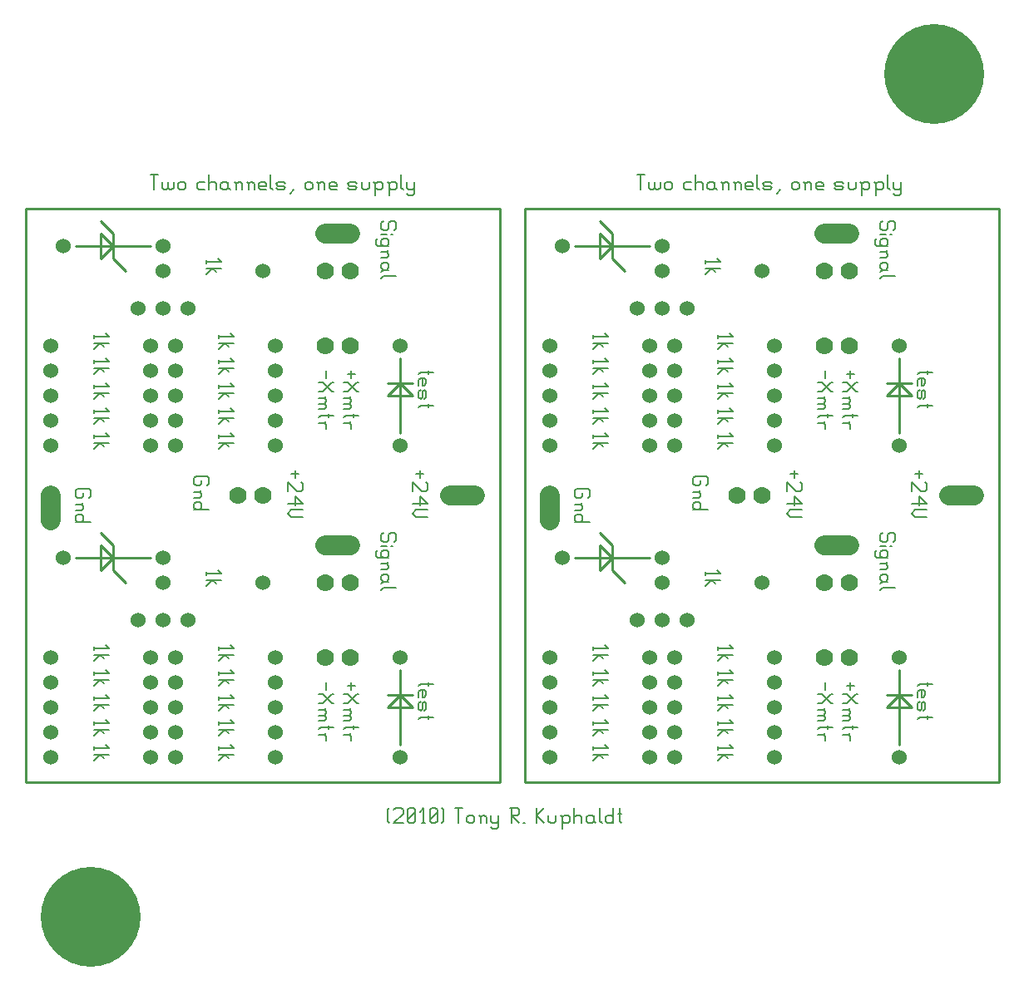
<source format=gbr>
G04 start of page 2 for group 0 idx 0
G04 Title: (unknown), component *
G04 Creator: pcb 20070208 *
G04 CreationDate: Tue Mar 30 19:39:04 2010 UTC *
G04 For: tony *
G04 Format: Gerber/RS-274X *
G04 PCB-Dimensions: 400000 400000 *
G04 PCB-Coordinate-Origin: lower left *
%MOIN*%
%FSLAX24Y24*%
%LNFRONT*%
%ADD11C,0.0100*%
%ADD12C,0.0080*%
%ADD14C,0.0600*%
%ADD15C,0.0700*%
%ADD16C,0.0800*%
%ADD18C,0.0280*%
%ADD19C,0.0350*%
%ADD20C,0.0380*%
%ADD26C,0.4000*%
%ADD27C,0.2000*%
G54D11*X15000Y12000D02*X16000D01*
Y11500D02*X15000D01*
X15500Y12000D02*X16000Y11500D01*
X15000D02*X15500Y12000D01*
Y13000D02*Y10000D01*
X19500Y8500D02*X500D01*
X35000Y12000D02*X36000D01*
Y11500D02*X35000D01*
X20500Y8500D02*X39500D01*
X35500Y12000D02*X36000Y11500D01*
X35000D02*X35500Y12000D01*
Y13000D02*Y10000D01*
X15000Y24500D02*X16000D01*
X15500D02*X15000Y24000D01*
X16000D01*
X15500Y24500D01*
Y25500D02*Y22500D01*
X500Y31500D02*X19500D01*
X39500D02*X20500D01*
X4000Y29500D02*X4500Y29000D01*
X4000Y30500D02*Y29500D01*
X3500Y31000D02*X4000Y30500D01*
Y30000D02*X3500Y30500D01*
Y29500D02*X4000Y30000D01*
X3500Y30500D02*Y29500D01*
X2500Y30000D02*X5500D01*
X4000Y17000D02*X4500Y16500D01*
X4000Y18000D02*Y17000D01*
X3500Y18500D02*X4000Y18000D01*
Y17500D02*X3500Y18000D01*
Y17000D02*X4000Y17500D01*
X3500Y18000D02*Y17000D01*
X2500Y17500D02*X5500D01*
X500Y8500D02*Y31500D01*
X35000Y24500D02*X36000D01*
X35500D02*X35000Y24000D01*
X36000D01*
X35500Y24500D01*
Y25500D02*Y22500D01*
X39500Y8500D02*Y31500D01*
X24000Y29500D02*X24500Y29000D01*
X24000Y30500D02*Y29500D01*
X23500Y31000D02*X24000Y30500D01*
Y30000D02*X23500Y30500D01*
Y29500D02*X24000Y30000D01*
X23500Y30500D02*Y29500D01*
X22500Y30000D02*X25500D01*
X24000Y17000D02*X24500Y16500D01*
X24000Y18000D02*Y17000D01*
X23500Y18500D02*X24000Y18000D01*
Y17500D02*X23500Y18000D01*
Y17000D02*X24000Y17500D01*
X23500Y18000D02*Y17000D01*
X22500Y17500D02*X25500D01*
X19500Y31500D02*Y8500D01*
X20500Y31500D02*Y8500D01*
G54D12*X5500Y32850D02*X5800D01*
X5650D02*Y32250D01*
X5980Y32550D02*Y32325D01*
X6055Y32250D01*
X6130D01*
X6205Y32325D01*
Y32550D02*Y32325D01*
X6280Y32250D01*
X6355D01*
X6430Y32325D01*
Y32550D02*Y32325D01*
X6610Y32475D02*Y32325D01*
Y32475D02*X6685Y32550D01*
X6835D01*
X6910Y32475D01*
Y32325D01*
X6835Y32250D02*X6910Y32325D01*
X6685Y32250D02*X6835D01*
X6610Y32325D02*X6685Y32250D01*
X7435Y32550D02*X7660D01*
X7360Y32475D02*X7435Y32550D01*
X7360Y32475D02*Y32325D01*
X7435Y32250D01*
X7660D01*
X7840Y32850D02*Y32250D01*
Y32475D02*X7915Y32550D01*
X8065D01*
X8140Y32475D01*
Y32250D01*
X8545Y32550D02*X8620Y32475D01*
X8395Y32550D02*X8545D01*
X8320Y32475D02*X8395Y32550D01*
X8320Y32475D02*Y32325D01*
X8395Y32250D01*
X8620Y32550D02*Y32325D01*
X8695Y32250D01*
X8395D02*X8545D01*
X8620Y32325D01*
X8950Y32475D02*Y32250D01*
Y32475D02*X9025Y32550D01*
X9100D01*
X9175Y32475D01*
Y32250D01*
X8875Y32550D02*X8950Y32475D01*
X9431D02*Y32250D01*
Y32475D02*X9506Y32550D01*
X9581D01*
X9656Y32475D01*
Y32250D01*
X9356Y32550D02*X9431Y32475D01*
X9911Y32250D02*X10136D01*
X9836Y32325D02*X9911Y32250D01*
X9836Y32475D02*Y32325D01*
Y32475D02*X9911Y32550D01*
X10061D01*
X10136Y32475D01*
X9836Y32400D02*X10136D01*
Y32475D02*Y32400D01*
X10316Y32850D02*Y32325D01*
X10391Y32250D01*
X10616D02*X10841D01*
X10916Y32325D01*
X10841Y32400D02*X10916Y32325D01*
X10616Y32400D02*X10841D01*
X10541Y32475D02*X10616Y32400D01*
X10541Y32475D02*X10616Y32550D01*
X10841D01*
X10916Y32475D01*
X10541Y32325D02*X10616Y32250D01*
X11096Y32100D02*X11246Y32250D01*
X11696Y32475D02*Y32325D01*
Y32475D02*X11771Y32550D01*
X11921D01*
X11996Y32475D01*
Y32325D01*
X11921Y32250D02*X11996Y32325D01*
X11771Y32250D02*X11921D01*
X11696Y32325D02*X11771Y32250D01*
X12251Y32475D02*Y32250D01*
Y32475D02*X12326Y32550D01*
X12401D01*
X12476Y32475D01*
Y32250D01*
X12176Y32550D02*X12251Y32475D01*
X12732Y32250D02*X12957D01*
X12657Y32325D02*X12732Y32250D01*
X12657Y32475D02*Y32325D01*
Y32475D02*X12732Y32550D01*
X12882D01*
X12957Y32475D01*
X12657Y32400D02*X12957D01*
Y32475D02*Y32400D01*
X13482Y32250D02*X13707D01*
X13782Y32325D01*
X13707Y32400D02*X13782Y32325D01*
X13482Y32400D02*X13707D01*
X13407Y32475D02*X13482Y32400D01*
X13407Y32475D02*X13482Y32550D01*
X13707D01*
X13782Y32475D01*
X13407Y32325D02*X13482Y32250D01*
X13962Y32550D02*Y32325D01*
X14037Y32250D01*
X14187D01*
X14262Y32325D01*
Y32550D02*Y32325D01*
X14517Y32475D02*Y32025D01*
X14442Y32550D02*X14517Y32475D01*
X14592Y32550D01*
X14742D01*
X14817Y32475D01*
Y32325D01*
X14742Y32250D02*X14817Y32325D01*
X14592Y32250D02*X14742D01*
X14517Y32325D02*X14592Y32250D01*
X15072Y32475D02*Y32025D01*
X14997Y32550D02*X15072Y32475D01*
X15147Y32550D01*
X15297D01*
X15372Y32475D01*
Y32325D01*
X15297Y32250D02*X15372Y32325D01*
X15147Y32250D02*X15297D01*
X15072Y32325D02*X15147Y32250D01*
X15552Y32850D02*Y32325D01*
X15627Y32250D01*
X15778Y32550D02*Y32325D01*
X15853Y32250D01*
X16078Y32550D02*Y32100D01*
X16003Y32025D02*X16078Y32100D01*
X15853Y32025D02*X16003D01*
X15778Y32100D02*X15853Y32025D01*
Y32250D02*X16003D01*
X16078Y32325D01*
X7850Y20450D02*X7775Y20375D01*
X7850Y20675D02*Y20450D01*
X7775Y20750D02*X7850Y20675D01*
X7325Y20750D02*X7775D01*
X7325D02*X7250Y20675D01*
Y20450D01*
X7325Y20375D01*
X7475D01*
X7550Y20450D02*X7475Y20375D01*
X7550Y20600D02*Y20450D01*
X7250Y20119D02*X7475D01*
X7550Y20044D01*
Y19969D01*
X7475Y19894D01*
X7250D02*X7475D01*
X7550Y20194D02*X7475Y20119D01*
X7250Y19414D02*X7850D01*
X7250Y19489D02*X7325Y19414D01*
X7250Y19639D02*Y19489D01*
X7325Y19714D02*X7250Y19639D01*
X7325Y19714D02*X7475D01*
X7550Y19639D01*
Y19489D01*
X7475Y19414D01*
X11300Y21000D02*Y20700D01*
X11150Y20850D02*X11450D01*
X11525Y20519D02*X11600Y20444D01*
Y20219D01*
X11525Y20144D01*
X11375D02*X11525D01*
X11000Y20519D02*X11375Y20144D01*
X11000Y20519D02*Y20144D01*
X11300Y19964D02*X11600Y19664D01*
X11300Y19964D02*Y19589D01*
X11000Y19664D02*X11600D01*
X11150Y19409D02*X11600D01*
X11150D02*X11000Y19259D01*
X11150Y19109D01*
X11600D01*
X3100Y19950D02*X3025Y19875D01*
X3100Y20175D02*Y19950D01*
X3025Y20250D02*X3100Y20175D01*
X2575Y20250D02*X3025D01*
X2575D02*X2500Y20175D01*
Y19950D01*
X2575Y19875D01*
X2725D01*
X2800Y19950D02*X2725Y19875D01*
X2800Y20100D02*Y19950D01*
X2500Y19619D02*X2725D01*
X2800Y19544D01*
Y19469D01*
X2725Y19394D01*
X2500D02*X2725D01*
X2800Y19694D02*X2725Y19619D01*
X2500Y18914D02*X3100D01*
X2500Y18989D02*X2575Y18914D01*
X2500Y19139D02*Y18989D01*
X2575Y19214D02*X2500Y19139D01*
X2575Y19214D02*X2725D01*
X2800Y19139D01*
Y18989D01*
X2725Y18914D01*
X13550Y25000D02*Y24700D01*
X13400Y24850D02*X13700D01*
X13775Y24519D02*X13850D01*
X13775D02*X13400Y24144D01*
X13250D02*X13400D01*
X13250Y24519D02*X13400D01*
X13775Y24144D01*
X13850D01*
X13250Y23889D02*X13475D01*
X13550Y23814D01*
Y23739D01*
X13475Y23664D01*
X13250D02*X13475D01*
X13550Y23589D01*
Y23514D01*
X13475Y23439D01*
X13250D02*X13475D01*
X13550Y23964D02*X13475Y23889D01*
X13325Y23184D02*X13850D01*
X13325D02*X13250Y23109D01*
X13625Y23259D02*Y23109D01*
X13250Y22884D02*X13475D01*
X13550Y22809D01*
Y22659D01*
Y22959D02*X13475Y22884D01*
X15350Y30700D02*X15275Y30625D01*
X15350Y30925D02*Y30700D01*
X15275Y31000D02*X15350Y30925D01*
X15125Y31000D02*X15275D01*
X15125D02*X15050Y30925D01*
Y30700D01*
X14975Y30625D01*
X14825D02*X14975D01*
X14750Y30700D02*X14825Y30625D01*
X14750Y30925D02*Y30700D01*
X14825Y31000D02*X14750Y30925D01*
X15125Y30444D02*X15200D01*
X14750D02*X14975D01*
X15050Y30069D02*X14975Y29994D01*
X15050Y30219D02*Y30069D01*
X14975Y30294D02*X15050Y30219D01*
X14825Y30294D02*X14975D01*
X14825D02*X14750Y30219D01*
Y30069D01*
X14825Y29994D01*
X14600Y30294D02*X14525Y30219D01*
Y30069D01*
X14600Y29994D01*
X15050D01*
X14750Y29739D02*X14975D01*
X15050Y29664D01*
Y29589D01*
X14975Y29514D01*
X14750D02*X14975D01*
X15050Y29814D02*X14975Y29739D01*
X15050Y29109D02*X14975Y29034D01*
X15050Y29259D02*Y29109D01*
X14975Y29334D02*X15050Y29259D01*
X14825Y29334D02*X14975D01*
X14825D02*X14750Y29259D01*
X14825Y29034D02*X15050D01*
X14825D02*X14750Y28959D01*
Y29259D02*Y29109D01*
X14825Y29034D01*
Y28779D02*X15350D01*
X14825D02*X14750Y28704D01*
X12550Y25000D02*Y24700D01*
X12775Y24519D02*X12850D01*
X12775D02*X12400Y24144D01*
X12250D02*X12400D01*
X12250Y24519D02*X12400D01*
X12775Y24144D01*
X12850D01*
X12250Y23889D02*X12475D01*
X12550Y23814D01*
Y23739D01*
X12475Y23664D01*
X12250D02*X12475D01*
X12550Y23589D01*
Y23514D01*
X12475Y23439D01*
X12250D02*X12475D01*
X12550Y23964D02*X12475Y23889D01*
X12325Y23184D02*X12850D01*
X12325D02*X12250Y23109D01*
X12625Y23259D02*Y23109D01*
X12250Y22884D02*X12475D01*
X12550Y22809D01*
Y22659D01*
Y22959D02*X12475Y22884D01*
X16325Y24925D02*X16850D01*
X16325D02*X16250Y24850D01*
X16625Y25000D02*Y24850D01*
X16250Y24624D02*Y24399D01*
X16325Y24699D02*X16250Y24624D01*
X16325Y24699D02*X16475D01*
X16550Y24624D01*
Y24474D01*
X16475Y24399D01*
X16400Y24699D02*Y24399D01*
X16475D01*
X16250Y24144D02*Y23919D01*
X16325Y23844D01*
X16400Y23919D02*X16325Y23844D01*
X16400Y24144D02*Y23919D01*
X16475Y24219D02*X16400Y24144D01*
X16475Y24219D02*X16550Y24144D01*
Y23919D01*
X16475Y23844D01*
X16325Y24219D02*X16250Y24144D01*
X16325Y23589D02*X16850D01*
X16325D02*X16250Y23514D01*
X16625Y23664D02*Y23514D01*
X36300Y21000D02*Y20700D01*
X36150Y20850D02*X36450D01*
X36525Y20519D02*X36600Y20444D01*
Y20219D01*
X36525Y20144D01*
X36375D02*X36525D01*
X36000Y20519D02*X36375Y20144D01*
X36000Y20519D02*Y20144D01*
X36300Y19964D02*X36600Y19664D01*
X36300Y19964D02*Y19589D01*
X36000Y19664D02*X36600D01*
X36150Y19409D02*X36600D01*
X36150D02*X36000Y19259D01*
X36150Y19109D01*
X36600D01*
X36325Y24925D02*X36850D01*
X36325D02*X36250Y24850D01*
X36625Y25000D02*Y24850D01*
X36250Y24624D02*Y24399D01*
X36325Y24699D02*X36250Y24624D01*
X36325Y24699D02*X36475D01*
X36550Y24624D01*
Y24474D01*
X36475Y24399D01*
X36400Y24699D02*Y24399D01*
X36475D01*
X36250Y24144D02*Y23919D01*
X36325Y23844D01*
X36400Y23919D02*X36325Y23844D01*
X36400Y24144D02*Y23919D01*
X36475Y24219D02*X36400Y24144D01*
X36475Y24219D02*X36550Y24144D01*
Y23919D01*
X36475Y23844D01*
X36325Y24219D02*X36250Y24144D01*
X36325Y23589D02*X36850D01*
X36325D02*X36250Y23514D01*
X36625Y23664D02*Y23514D01*
X36325Y12425D02*X36850D01*
X36325D02*X36250Y12350D01*
X36625Y12500D02*Y12350D01*
X36250Y12124D02*Y11899D01*
X36325Y12199D02*X36250Y12124D01*
X36325Y12199D02*X36475D01*
X36550Y12124D01*
Y11974D01*
X36475Y11899D01*
X36400Y12199D02*Y11899D01*
X36475D01*
X36250Y11644D02*Y11419D01*
X36325Y11344D01*
X36400Y11419D02*X36325Y11344D01*
X36400Y11644D02*Y11419D01*
X36475Y11719D02*X36400Y11644D01*
X36475Y11719D02*X36550Y11644D01*
Y11419D01*
X36475Y11344D01*
X36325Y11719D02*X36250Y11644D01*
X36325Y11089D02*X36850D01*
X36325D02*X36250Y11014D01*
X36625Y11164D02*Y11014D01*
X27850Y20450D02*X27775Y20375D01*
X27850Y20675D02*Y20450D01*
X27775Y20750D02*X27850Y20675D01*
X27325Y20750D02*X27775D01*
X27325D02*X27250Y20675D01*
Y20450D01*
X27325Y20375D01*
X27475D01*
X27550Y20450D02*X27475Y20375D01*
X27550Y20600D02*Y20450D01*
X27250Y20119D02*X27475D01*
X27550Y20044D01*
Y19969D01*
X27475Y19894D01*
X27250D02*X27475D01*
X27550Y20194D02*X27475Y20119D01*
X27250Y19414D02*X27850D01*
X27250Y19489D02*X27325Y19414D01*
X27250Y19639D02*Y19489D01*
X27325Y19714D02*X27250Y19639D01*
X27325Y19714D02*X27475D01*
X27550Y19639D01*
Y19489D01*
X27475Y19414D01*
X31300Y21000D02*Y20700D01*
X31150Y20850D02*X31450D01*
X31525Y20519D02*X31600Y20444D01*
Y20219D01*
X31525Y20144D01*
X31375D02*X31525D01*
X31000Y20519D02*X31375Y20144D01*
X31000Y20519D02*Y20144D01*
X31300Y19964D02*X31600Y19664D01*
X31300Y19964D02*Y19589D01*
X31000Y19664D02*X31600D01*
X31150Y19409D02*X31600D01*
X31150D02*X31000Y19259D01*
X31150Y19109D01*
X31600D01*
X35350Y18200D02*X35275Y18125D01*
X35350Y18425D02*Y18200D01*
X35275Y18500D02*X35350Y18425D01*
X35125Y18500D02*X35275D01*
X35125D02*X35050Y18425D01*
Y18200D01*
X34975Y18125D01*
X34825D02*X34975D01*
X34750Y18200D02*X34825Y18125D01*
X34750Y18425D02*Y18200D01*
X34825Y18500D02*X34750Y18425D01*
X35125Y17944D02*X35200D01*
X34750D02*X34975D01*
X35050Y17569D02*X34975Y17494D01*
X35050Y17719D02*Y17569D01*
X34975Y17794D02*X35050Y17719D01*
X34825Y17794D02*X34975D01*
X34825D02*X34750Y17719D01*
Y17569D01*
X34825Y17494D01*
X34600Y17794D02*X34525Y17719D01*
Y17569D01*
X34600Y17494D01*
X35050D01*
X34750Y17239D02*X34975D01*
X35050Y17164D01*
Y17089D01*
X34975Y17014D01*
X34750D02*X34975D01*
X35050Y17314D02*X34975Y17239D01*
X35050Y16609D02*X34975Y16534D01*
X35050Y16759D02*Y16609D01*
X34975Y16834D02*X35050Y16759D01*
X34825Y16834D02*X34975D01*
X34825D02*X34750Y16759D01*
X34825Y16534D02*X35050D01*
X34825D02*X34750Y16459D01*
Y16759D02*Y16609D01*
X34825Y16534D01*
Y16279D02*X35350D01*
X34825D02*X34750Y16204D01*
X33550Y12500D02*Y12200D01*
X33400Y12350D02*X33700D01*
X33775Y12019D02*X33850D01*
X33775D02*X33400Y11644D01*
X33250D02*X33400D01*
X33250Y12019D02*X33400D01*
X33775Y11644D01*
X33850D01*
X33250Y11389D02*X33475D01*
X33550Y11314D01*
Y11239D01*
X33475Y11164D01*
X33250D02*X33475D01*
X33550Y11089D01*
Y11014D01*
X33475Y10939D01*
X33250D02*X33475D01*
X33550Y11464D02*X33475Y11389D01*
X33325Y10684D02*X33850D01*
X33325D02*X33250Y10609D01*
X33625Y10759D02*Y10609D01*
X33250Y10384D02*X33475D01*
X33550Y10309D01*
Y10159D01*
Y10459D02*X33475Y10384D01*
X32550Y12500D02*Y12200D01*
X32775Y12019D02*X32850D01*
X32775D02*X32400Y11644D01*
X32250D02*X32400D01*
X32250Y12019D02*X32400D01*
X32775Y11644D01*
X32850D01*
X32250Y11389D02*X32475D01*
X32550Y11314D01*
Y11239D01*
X32475Y11164D01*
X32250D02*X32475D01*
X32550Y11089D01*
Y11014D01*
X32475Y10939D01*
X32250D02*X32475D01*
X32550Y11464D02*X32475Y11389D01*
X32325Y10684D02*X32850D01*
X32325D02*X32250Y10609D01*
X32625Y10759D02*Y10609D01*
X32250Y10384D02*X32475D01*
X32550Y10309D01*
Y10159D01*
Y10459D02*X32475Y10384D01*
X33550Y25000D02*Y24700D01*
X33400Y24850D02*X33700D01*
X33775Y24519D02*X33850D01*
X33775D02*X33400Y24144D01*
X33250D02*X33400D01*
X33250Y24519D02*X33400D01*
X33775Y24144D01*
X33850D01*
X33250Y23889D02*X33475D01*
X33550Y23814D01*
Y23739D01*
X33475Y23664D01*
X33250D02*X33475D01*
X33550Y23589D01*
Y23514D01*
X33475Y23439D01*
X33250D02*X33475D01*
X33550Y23964D02*X33475Y23889D01*
X33325Y23184D02*X33850D01*
X33325D02*X33250Y23109D01*
X33625Y23259D02*Y23109D01*
X33250Y22884D02*X33475D01*
X33550Y22809D01*
Y22659D01*
Y22959D02*X33475Y22884D01*
X32550Y25000D02*Y24700D01*
X32775Y24519D02*X32850D01*
X32775D02*X32400Y24144D01*
X32250D02*X32400D01*
X32250Y24519D02*X32400D01*
X32775Y24144D01*
X32850D01*
X32250Y23889D02*X32475D01*
X32550Y23814D01*
Y23739D01*
X32475Y23664D01*
X32250D02*X32475D01*
X32550Y23589D01*
Y23514D01*
X32475Y23439D01*
X32250D02*X32475D01*
X32550Y23964D02*X32475Y23889D01*
X32325Y23184D02*X32850D01*
X32325D02*X32250Y23109D01*
X32625Y23259D02*Y23109D01*
X32250Y22884D02*X32475D01*
X32550Y22809D01*
Y22659D01*
Y22959D02*X32475Y22884D01*
X35350Y30700D02*X35275Y30625D01*
X35350Y30925D02*Y30700D01*
X35275Y31000D02*X35350Y30925D01*
X35125Y31000D02*X35275D01*
X35125D02*X35050Y30925D01*
Y30700D01*
X34975Y30625D01*
X34825D02*X34975D01*
X34750Y30700D02*X34825Y30625D01*
X34750Y30925D02*Y30700D01*
X34825Y31000D02*X34750Y30925D01*
X35125Y30444D02*X35200D01*
X34750D02*X34975D01*
X35050Y30069D02*X34975Y29994D01*
X35050Y30219D02*Y30069D01*
X34975Y30294D02*X35050Y30219D01*
X34825Y30294D02*X34975D01*
X34825D02*X34750Y30219D01*
Y30069D01*
X34825Y29994D01*
X34600Y30294D02*X34525Y30219D01*
Y30069D01*
X34600Y29994D01*
X35050D01*
X34750Y29739D02*X34975D01*
X35050Y29664D01*
Y29589D01*
X34975Y29514D01*
X34750D02*X34975D01*
X35050Y29814D02*X34975Y29739D01*
X35050Y29109D02*X34975Y29034D01*
X35050Y29259D02*Y29109D01*
X34975Y29334D02*X35050Y29259D01*
X34825Y29334D02*X34975D01*
X34825D02*X34750Y29259D01*
X34825Y29034D02*X35050D01*
X34825D02*X34750Y28959D01*
Y29259D02*Y29109D01*
X34825Y29034D01*
Y28779D02*X35350D01*
X34825D02*X34750Y28704D01*
X25000Y32850D02*X25300D01*
X25150D02*Y32250D01*
X25480Y32550D02*Y32325D01*
X25555Y32250D01*
X25630D01*
X25705Y32325D01*
Y32550D02*Y32325D01*
X25780Y32250D01*
X25855D01*
X25930Y32325D01*
Y32550D02*Y32325D01*
X26110Y32475D02*Y32325D01*
Y32475D02*X26185Y32550D01*
X26335D01*
X26410Y32475D01*
Y32325D01*
X26335Y32250D02*X26410Y32325D01*
X26185Y32250D02*X26335D01*
X26110Y32325D02*X26185Y32250D01*
X26935Y32550D02*X27160D01*
X26860Y32475D02*X26935Y32550D01*
X26860Y32475D02*Y32325D01*
X26935Y32250D01*
X27160D01*
X27340Y32850D02*Y32250D01*
Y32475D02*X27415Y32550D01*
X27565D01*
X27640Y32475D01*
Y32250D01*
X28045Y32550D02*X28120Y32475D01*
X27895Y32550D02*X28045D01*
X27820Y32475D02*X27895Y32550D01*
X27820Y32475D02*Y32325D01*
X27895Y32250D01*
X28120Y32550D02*Y32325D01*
X28195Y32250D01*
X27895D02*X28045D01*
X28120Y32325D01*
X28450Y32475D02*Y32250D01*
Y32475D02*X28525Y32550D01*
X28600D01*
X28675Y32475D01*
Y32250D01*
X28375Y32550D02*X28450Y32475D01*
X28931D02*Y32250D01*
Y32475D02*X29006Y32550D01*
X29081D01*
X29156Y32475D01*
Y32250D01*
X28856Y32550D02*X28931Y32475D01*
X29411Y32250D02*X29636D01*
X29336Y32325D02*X29411Y32250D01*
X29336Y32475D02*Y32325D01*
Y32475D02*X29411Y32550D01*
X29561D01*
X29636Y32475D01*
X29336Y32400D02*X29636D01*
Y32475D02*Y32400D01*
X29816Y32850D02*Y32325D01*
X29891Y32250D01*
X30116D02*X30341D01*
X30416Y32325D01*
X30341Y32400D02*X30416Y32325D01*
X30116Y32400D02*X30341D01*
X30041Y32475D02*X30116Y32400D01*
X30041Y32475D02*X30116Y32550D01*
X30341D01*
X30416Y32475D01*
X30041Y32325D02*X30116Y32250D01*
X30596Y32100D02*X30746Y32250D01*
X31196Y32475D02*Y32325D01*
Y32475D02*X31271Y32550D01*
X31421D01*
X31496Y32475D01*
Y32325D01*
X31421Y32250D02*X31496Y32325D01*
X31271Y32250D02*X31421D01*
X31196Y32325D02*X31271Y32250D01*
X31751Y32475D02*Y32250D01*
Y32475D02*X31826Y32550D01*
X31901D01*
X31976Y32475D01*
Y32250D01*
X31676Y32550D02*X31751Y32475D01*
X32232Y32250D02*X32457D01*
X32157Y32325D02*X32232Y32250D01*
X32157Y32475D02*Y32325D01*
Y32475D02*X32232Y32550D01*
X32382D01*
X32457Y32475D01*
X32157Y32400D02*X32457D01*
Y32475D02*Y32400D01*
X32982Y32250D02*X33207D01*
X33282Y32325D01*
X33207Y32400D02*X33282Y32325D01*
X32982Y32400D02*X33207D01*
X32907Y32475D02*X32982Y32400D01*
X32907Y32475D02*X32982Y32550D01*
X33207D01*
X33282Y32475D01*
X32907Y32325D02*X32982Y32250D01*
X33462Y32550D02*Y32325D01*
X33537Y32250D01*
X33687D01*
X33762Y32325D01*
Y32550D02*Y32325D01*
X34017Y32475D02*Y32025D01*
X33942Y32550D02*X34017Y32475D01*
X34092Y32550D01*
X34242D01*
X34317Y32475D01*
Y32325D01*
X34242Y32250D02*X34317Y32325D01*
X34092Y32250D02*X34242D01*
X34017Y32325D02*X34092Y32250D01*
X34572Y32475D02*Y32025D01*
X34497Y32550D02*X34572Y32475D01*
X34647Y32550D01*
X34797D01*
X34872Y32475D01*
Y32325D01*
X34797Y32250D02*X34872Y32325D01*
X34647Y32250D02*X34797D01*
X34572Y32325D02*X34647Y32250D01*
X35052Y32850D02*Y32325D01*
X35127Y32250D01*
X35278Y32550D02*Y32325D01*
X35353Y32250D01*
X35578Y32550D02*Y32100D01*
X35503Y32025D02*X35578Y32100D01*
X35353Y32025D02*X35503D01*
X35278Y32100D02*X35353Y32025D01*
Y32250D02*X35503D01*
X35578Y32325D01*
X15000Y6925D02*X15075Y6850D01*
X15000Y7375D02*X15075Y7450D01*
X15000Y7375D02*Y6925D01*
X15255Y7375D02*X15330Y7450D01*
X15555D01*
X15630Y7375D01*
Y7225D01*
X15255Y6850D02*X15630Y7225D01*
X15255Y6850D02*X15630D01*
X15810Y6925D02*X15885Y6850D01*
X15810Y7375D02*Y6925D01*
Y7375D02*X15885Y7450D01*
X16035D01*
X16110Y7375D01*
Y6925D01*
X16035Y6850D02*X16110Y6925D01*
X15885Y6850D02*X16035D01*
X15810Y7000D02*X16110Y7300D01*
X16365Y6850D02*X16515D01*
X16440Y7450D02*Y6850D01*
X16290Y7300D02*X16440Y7450D01*
X16695Y6925D02*X16770Y6850D01*
X16695Y7375D02*Y6925D01*
Y7375D02*X16770Y7450D01*
X16920D01*
X16995Y7375D01*
Y6925D01*
X16920Y6850D02*X16995Y6925D01*
X16770Y6850D02*X16920D01*
X16695Y7000D02*X16995Y7300D01*
X17175Y7450D02*X17250Y7375D01*
Y6925D01*
X17175Y6850D02*X17250Y6925D01*
X17700Y7450D02*X18000D01*
X17850D02*Y6850D01*
X18181Y7075D02*Y6925D01*
Y7075D02*X18256Y7150D01*
X18406D01*
X18481Y7075D01*
Y6925D01*
X18406Y6850D02*X18481Y6925D01*
X18256Y6850D02*X18406D01*
X18181Y6925D02*X18256Y6850D01*
X18736Y7075D02*Y6850D01*
Y7075D02*X18811Y7150D01*
X18886D01*
X18961Y7075D01*
Y6850D01*
X18661Y7150D02*X18736Y7075D01*
X19141Y7150D02*Y6925D01*
X19216Y6850D01*
X19441Y7150D02*Y6700D01*
X19366Y6625D02*X19441Y6700D01*
X19216Y6625D02*X19366D01*
X19141Y6700D02*X19216Y6625D01*
Y6850D02*X19366D01*
X19441Y6925D01*
X19891Y7450D02*X20191D01*
X20266Y7375D01*
Y7225D01*
X20191Y7150D02*X20266Y7225D01*
X19966Y7150D02*X20191D01*
X19966Y7450D02*Y6850D01*
Y7150D02*X20266Y6850D01*
X20446D02*X20521D01*
X20971Y7450D02*Y6850D01*
Y7150D02*X21271Y7450D01*
X20971Y7150D02*X21271Y6850D01*
X21451Y7150D02*Y6925D01*
X21526Y6850D01*
X21676D01*
X21751Y6925D01*
Y7150D02*Y6925D01*
X22007Y7075D02*Y6625D01*
X21932Y7150D02*X22007Y7075D01*
X22082Y7150D01*
X22232D01*
X22307Y7075D01*
Y6925D01*
X22232Y6850D02*X22307Y6925D01*
X22082Y6850D02*X22232D01*
X22007Y6925D02*X22082Y6850D01*
X22487Y7450D02*Y6850D01*
Y7075D02*X22562Y7150D01*
X22712D01*
X22787Y7075D01*
Y6850D01*
X23192Y7150D02*X23267Y7075D01*
X23042Y7150D02*X23192D01*
X22967Y7075D02*X23042Y7150D01*
X22967Y7075D02*Y6925D01*
X23042Y6850D01*
X23267Y7150D02*Y6925D01*
X23342Y6850D01*
X23042D02*X23192D01*
X23267Y6925D01*
X23522Y7450D02*Y6925D01*
X23597Y6850D01*
X24047Y7450D02*Y6850D01*
X23972D02*X24047Y6925D01*
X23822Y6850D02*X23972D01*
X23747Y6925D02*X23822Y6850D01*
X23747Y7075D02*Y6925D01*
Y7075D02*X23822Y7150D01*
X23972D01*
X24047Y7075D01*
X24302Y7450D02*Y6925D01*
X24377Y6850D01*
X24227Y7225D02*X24377D01*
X16325Y12425D02*X16850D01*
X16325D02*X16250Y12350D01*
X16625Y12500D02*Y12350D01*
X16250Y12124D02*Y11899D01*
X16325Y12199D02*X16250Y12124D01*
X16325Y12199D02*X16475D01*
X16550Y12124D01*
Y11974D01*
X16475Y11899D01*
X16400Y12199D02*Y11899D01*
X16475D01*
X16250Y11644D02*Y11419D01*
X16325Y11344D01*
X16400Y11419D02*X16325Y11344D01*
X16400Y11644D02*Y11419D01*
X16475Y11719D02*X16400Y11644D01*
X16475Y11719D02*X16550Y11644D01*
Y11419D01*
X16475Y11344D01*
X16325Y11719D02*X16250Y11644D01*
X16325Y11089D02*X16850D01*
X16325D02*X16250Y11014D01*
X16625Y11164D02*Y11014D01*
X16300Y21000D02*Y20700D01*
X16150Y20850D02*X16450D01*
X16525Y20519D02*X16600Y20444D01*
Y20219D01*
X16525Y20144D01*
X16375D02*X16525D01*
X16000Y20519D02*X16375Y20144D01*
X16000Y20519D02*Y20144D01*
X16300Y19964D02*X16600Y19664D01*
X16300Y19964D02*Y19589D01*
X16000Y19664D02*X16600D01*
X16150Y19409D02*X16600D01*
X16150D02*X16000Y19259D01*
X16150Y19109D01*
X16600D01*
X15350Y18200D02*X15275Y18125D01*
X15350Y18425D02*Y18200D01*
X15275Y18500D02*X15350Y18425D01*
X15125Y18500D02*X15275D01*
X15125D02*X15050Y18425D01*
Y18200D01*
X14975Y18125D01*
X14825D02*X14975D01*
X14750Y18200D02*X14825Y18125D01*
X14750Y18425D02*Y18200D01*
X14825Y18500D02*X14750Y18425D01*
X15125Y17944D02*X15200D01*
X14750D02*X14975D01*
X15050Y17569D02*X14975Y17494D01*
X15050Y17719D02*Y17569D01*
X14975Y17794D02*X15050Y17719D01*
X14825Y17794D02*X14975D01*
X14825D02*X14750Y17719D01*
Y17569D01*
X14825Y17494D01*
X14600Y17794D02*X14525Y17719D01*
Y17569D01*
X14600Y17494D01*
X15050D01*
X14750Y17239D02*X14975D01*
X15050Y17164D01*
Y17089D01*
X14975Y17014D01*
X14750D02*X14975D01*
X15050Y17314D02*X14975Y17239D01*
X15050Y16609D02*X14975Y16534D01*
X15050Y16759D02*Y16609D01*
X14975Y16834D02*X15050Y16759D01*
X14825Y16834D02*X14975D01*
X14825D02*X14750Y16759D01*
X14825Y16534D02*X15050D01*
X14825D02*X14750Y16459D01*
Y16759D02*Y16609D01*
X14825Y16534D01*
Y16279D02*X15350D01*
X14825D02*X14750Y16204D01*
X23100Y19950D02*X23025Y19875D01*
X23100Y20175D02*Y19950D01*
X23025Y20250D02*X23100Y20175D01*
X22575Y20250D02*X23025D01*
X22575D02*X22500Y20175D01*
Y19950D01*
X22575Y19875D01*
X22725D01*
X22800Y19950D02*X22725Y19875D01*
X22800Y20100D02*Y19950D01*
X22500Y19619D02*X22725D01*
X22800Y19544D01*
Y19469D01*
X22725Y19394D01*
X22500D02*X22725D01*
X22800Y19694D02*X22725Y19619D01*
X22500Y18914D02*X23100D01*
X22500Y18989D02*X22575Y18914D01*
X22500Y19139D02*Y18989D01*
X22575Y19214D02*X22500Y19139D01*
X22575Y19214D02*X22725D01*
X22800Y19139D01*
Y18989D01*
X22725Y18914D01*
X13550Y12500D02*Y12200D01*
X13400Y12350D02*X13700D01*
X13775Y12019D02*X13850D01*
X13775D02*X13400Y11644D01*
X13250D02*X13400D01*
X13250Y12019D02*X13400D01*
X13775Y11644D01*
X13850D01*
X13250Y11389D02*X13475D01*
X13550Y11314D01*
Y11239D01*
X13475Y11164D01*
X13250D02*X13475D01*
X13550Y11089D01*
Y11014D01*
X13475Y10939D01*
X13250D02*X13475D01*
X13550Y11464D02*X13475Y11389D01*
X13325Y10684D02*X13850D01*
X13325D02*X13250Y10609D01*
X13625Y10759D02*Y10609D01*
X13250Y10384D02*X13475D01*
X13550Y10309D01*
Y10159D01*
Y10459D02*X13475Y10384D01*
X12550Y12500D02*Y12200D01*
X12775Y12019D02*X12850D01*
X12775D02*X12400Y11644D01*
X12250D02*X12400D01*
X12250Y12019D02*X12400D01*
X12775Y11644D01*
X12850D01*
X12250Y11389D02*X12475D01*
X12550Y11314D01*
Y11239D01*
X12475Y11164D01*
X12250D02*X12475D01*
X12550Y11089D01*
Y11014D01*
X12475Y10939D01*
X12250D02*X12475D01*
X12550Y11464D02*X12475Y11389D01*
X12325Y10684D02*X12850D01*
X12325D02*X12250Y10609D01*
X12625Y10759D02*Y10609D01*
X12250Y10384D02*X12475D01*
X12550Y10309D01*
Y10159D01*
Y10459D02*X12475Y10384D01*
X7750Y16925D02*Y16775D01*
Y16850D02*X8350D01*
X8200Y17000D02*X8350Y16850D01*
X7750Y16594D02*X8350D01*
X7975D02*X7750Y16369D01*
X7975Y16594D02*X8125Y16444D01*
X8250Y10925D02*Y10775D01*
Y10850D02*X8850D01*
X8700Y11000D02*X8850Y10850D01*
X8250Y10594D02*X8850D01*
X8475D02*X8250Y10369D01*
X8475Y10594D02*X8625Y10444D01*
X8250Y11925D02*Y11775D01*
Y11850D02*X8850D01*
X8700Y12000D02*X8850Y11850D01*
X8250Y11594D02*X8850D01*
X8475D02*X8250Y11369D01*
X8475Y11594D02*X8625Y11444D01*
X8250Y12925D02*Y12775D01*
Y12850D02*X8850D01*
X8700Y13000D02*X8850Y12850D01*
X8250Y12594D02*X8850D01*
X8475D02*X8250Y12369D01*
X8475Y12594D02*X8625Y12444D01*
X8250Y13925D02*Y13775D01*
Y13850D02*X8850D01*
X8700Y14000D02*X8850Y13850D01*
X8250Y13594D02*X8850D01*
X8475D02*X8250Y13369D01*
X8475Y13594D02*X8625Y13444D01*
X8250Y9925D02*Y9775D01*
Y9850D02*X8850D01*
X8700Y10000D02*X8850Y9850D01*
X8250Y9594D02*X8850D01*
X8475D02*X8250Y9369D01*
X8475Y9594D02*X8625Y9444D01*
X3250Y11925D02*Y11775D01*
Y11850D02*X3850D01*
X3700Y12000D02*X3850Y11850D01*
X3250Y11594D02*X3850D01*
X3475D02*X3250Y11369D01*
X3475Y11594D02*X3625Y11444D01*
X3250Y10925D02*Y10775D01*
Y10850D02*X3850D01*
X3700Y11000D02*X3850Y10850D01*
X3250Y10594D02*X3850D01*
X3475D02*X3250Y10369D01*
X3475Y10594D02*X3625Y10444D01*
X3250Y9925D02*Y9775D01*
Y9850D02*X3850D01*
X3700Y10000D02*X3850Y9850D01*
X3250Y9594D02*X3850D01*
X3475D02*X3250Y9369D01*
X3475Y9594D02*X3625Y9444D01*
X3250Y12925D02*Y12775D01*
Y12850D02*X3850D01*
X3700Y13000D02*X3850Y12850D01*
X3250Y12594D02*X3850D01*
X3475D02*X3250Y12369D01*
X3475Y12594D02*X3625Y12444D01*
X3250Y13925D02*Y13775D01*
Y13850D02*X3850D01*
X3700Y14000D02*X3850Y13850D01*
X3250Y13594D02*X3850D01*
X3475D02*X3250Y13369D01*
X3475Y13594D02*X3625Y13444D01*
X27750Y16925D02*Y16775D01*
Y16850D02*X28350D01*
X28200Y17000D02*X28350Y16850D01*
X27750Y16594D02*X28350D01*
X27975D02*X27750Y16369D01*
X27975Y16594D02*X28125Y16444D01*
X28250Y10925D02*Y10775D01*
Y10850D02*X28850D01*
X28700Y11000D02*X28850Y10850D01*
X28250Y10594D02*X28850D01*
X28475D02*X28250Y10369D01*
X28475Y10594D02*X28625Y10444D01*
X28250Y11925D02*Y11775D01*
Y11850D02*X28850D01*
X28700Y12000D02*X28850Y11850D01*
X28250Y11594D02*X28850D01*
X28475D02*X28250Y11369D01*
X28475Y11594D02*X28625Y11444D01*
X28250Y12925D02*Y12775D01*
Y12850D02*X28850D01*
X28700Y13000D02*X28850Y12850D01*
X28250Y12594D02*X28850D01*
X28475D02*X28250Y12369D01*
X28475Y12594D02*X28625Y12444D01*
X28250Y13925D02*Y13775D01*
Y13850D02*X28850D01*
X28700Y14000D02*X28850Y13850D01*
X28250Y13594D02*X28850D01*
X28475D02*X28250Y13369D01*
X28475Y13594D02*X28625Y13444D01*
X28250Y9925D02*Y9775D01*
Y9850D02*X28850D01*
X28700Y10000D02*X28850Y9850D01*
X28250Y9594D02*X28850D01*
X28475D02*X28250Y9369D01*
X28475Y9594D02*X28625Y9444D01*
X23250Y11925D02*Y11775D01*
Y11850D02*X23850D01*
X23700Y12000D02*X23850Y11850D01*
X23250Y11594D02*X23850D01*
X23475D02*X23250Y11369D01*
X23475Y11594D02*X23625Y11444D01*
X23250Y10925D02*Y10775D01*
Y10850D02*X23850D01*
X23700Y11000D02*X23850Y10850D01*
X23250Y10594D02*X23850D01*
X23475D02*X23250Y10369D01*
X23475Y10594D02*X23625Y10444D01*
X23250Y9925D02*Y9775D01*
Y9850D02*X23850D01*
X23700Y10000D02*X23850Y9850D01*
X23250Y9594D02*X23850D01*
X23475D02*X23250Y9369D01*
X23475Y9594D02*X23625Y9444D01*
X23250Y12925D02*Y12775D01*
Y12850D02*X23850D01*
X23700Y13000D02*X23850Y12850D01*
X23250Y12594D02*X23850D01*
X23475D02*X23250Y12369D01*
X23475Y12594D02*X23625Y12444D01*
X23250Y13925D02*Y13775D01*
Y13850D02*X23850D01*
X23700Y14000D02*X23850Y13850D01*
X23250Y13594D02*X23850D01*
X23475D02*X23250Y13369D01*
X23475Y13594D02*X23625Y13444D01*
X7750Y29425D02*Y29275D01*
Y29350D02*X8350D01*
X8200Y29500D02*X8350Y29350D01*
X7750Y29094D02*X8350D01*
X7975D02*X7750Y28869D01*
X7975Y29094D02*X8125Y28944D01*
X8250Y24425D02*Y24275D01*
Y24350D02*X8850D01*
X8700Y24500D02*X8850Y24350D01*
X8250Y24094D02*X8850D01*
X8475D02*X8250Y23869D01*
X8475Y24094D02*X8625Y23944D01*
X8250Y25425D02*Y25275D01*
Y25350D02*X8850D01*
X8700Y25500D02*X8850Y25350D01*
X8250Y25094D02*X8850D01*
X8475D02*X8250Y24869D01*
X8475Y25094D02*X8625Y24944D01*
X8250Y26425D02*Y26275D01*
Y26350D02*X8850D01*
X8700Y26500D02*X8850Y26350D01*
X8250Y26094D02*X8850D01*
X8475D02*X8250Y25869D01*
X8475Y26094D02*X8625Y25944D01*
X8250Y23425D02*Y23275D01*
Y23350D02*X8850D01*
X8700Y23500D02*X8850Y23350D01*
X8250Y23094D02*X8850D01*
X8475D02*X8250Y22869D01*
X8475Y23094D02*X8625Y22944D01*
X8250Y22425D02*Y22275D01*
Y22350D02*X8850D01*
X8700Y22500D02*X8850Y22350D01*
X8250Y22094D02*X8850D01*
X8475D02*X8250Y21869D01*
X8475Y22094D02*X8625Y21944D01*
X3250Y24425D02*Y24275D01*
Y24350D02*X3850D01*
X3700Y24500D02*X3850Y24350D01*
X3250Y24094D02*X3850D01*
X3475D02*X3250Y23869D01*
X3475Y24094D02*X3625Y23944D01*
X3250Y25425D02*Y25275D01*
Y25350D02*X3850D01*
X3700Y25500D02*X3850Y25350D01*
X3250Y25094D02*X3850D01*
X3475D02*X3250Y24869D01*
X3475Y25094D02*X3625Y24944D01*
X3250Y26425D02*Y26275D01*
Y26350D02*X3850D01*
X3700Y26500D02*X3850Y26350D01*
X3250Y26094D02*X3850D01*
X3475D02*X3250Y25869D01*
X3475Y26094D02*X3625Y25944D01*
X3250Y23425D02*Y23275D01*
Y23350D02*X3850D01*
X3700Y23500D02*X3850Y23350D01*
X3250Y23094D02*X3850D01*
X3475D02*X3250Y22869D01*
X3475Y23094D02*X3625Y22944D01*
X3250Y22425D02*Y22275D01*
Y22350D02*X3850D01*
X3700Y22500D02*X3850Y22350D01*
X3250Y22094D02*X3850D01*
X3475D02*X3250Y21869D01*
X3475Y22094D02*X3625Y21944D01*
X27750Y29425D02*Y29275D01*
Y29350D02*X28350D01*
X28200Y29500D02*X28350Y29350D01*
X27750Y29094D02*X28350D01*
X27975D02*X27750Y28869D01*
X27975Y29094D02*X28125Y28944D01*
X28250Y24425D02*Y24275D01*
Y24350D02*X28850D01*
X28700Y24500D02*X28850Y24350D01*
X28250Y24094D02*X28850D01*
X28475D02*X28250Y23869D01*
X28475Y24094D02*X28625Y23944D01*
X28250Y25425D02*Y25275D01*
Y25350D02*X28850D01*
X28700Y25500D02*X28850Y25350D01*
X28250Y25094D02*X28850D01*
X28475D02*X28250Y24869D01*
X28475Y25094D02*X28625Y24944D01*
X28250Y26425D02*Y26275D01*
Y26350D02*X28850D01*
X28700Y26500D02*X28850Y26350D01*
X28250Y26094D02*X28850D01*
X28475D02*X28250Y25869D01*
X28475Y26094D02*X28625Y25944D01*
X28250Y23425D02*Y23275D01*
Y23350D02*X28850D01*
X28700Y23500D02*X28850Y23350D01*
X28250Y23094D02*X28850D01*
X28475D02*X28250Y22869D01*
X28475Y23094D02*X28625Y22944D01*
X28250Y22425D02*Y22275D01*
Y22350D02*X28850D01*
X28700Y22500D02*X28850Y22350D01*
X28250Y22094D02*X28850D01*
X28475D02*X28250Y21869D01*
X28475Y22094D02*X28625Y21944D01*
X23250Y24425D02*Y24275D01*
Y24350D02*X23850D01*
X23700Y24500D02*X23850Y24350D01*
X23250Y24094D02*X23850D01*
X23475D02*X23250Y23869D01*
X23475Y24094D02*X23625Y23944D01*
X23250Y23425D02*Y23275D01*
Y23350D02*X23850D01*
X23700Y23500D02*X23850Y23350D01*
X23250Y23094D02*X23850D01*
X23475D02*X23250Y22869D01*
X23475Y23094D02*X23625Y22944D01*
X23250Y22425D02*Y22275D01*
Y22350D02*X23850D01*
X23700Y22500D02*X23850Y22350D01*
X23250Y22094D02*X23850D01*
X23475D02*X23250Y21869D01*
X23475Y22094D02*X23625Y21944D01*
X23250Y25425D02*Y25275D01*
Y25350D02*X23850D01*
X23700Y25500D02*X23850Y25350D01*
X23250Y25094D02*X23850D01*
X23475D02*X23250Y24869D01*
X23475Y25094D02*X23625Y24944D01*
X23250Y26425D02*Y26275D01*
Y26350D02*X23850D01*
X23700Y26500D02*X23850Y26350D01*
X23250Y26094D02*X23850D01*
X23475D02*X23250Y25869D01*
X23475Y26094D02*X23625Y25944D01*
G54D26*X36900Y36900D03*
G54D14*X33500Y30500D03*
X38500Y20000D03*
X37500D03*
G54D15*X29000D03*
X30000D03*
G54D14*X33500Y18000D03*
X32500D03*
X35500Y22000D03*
X32500Y30500D03*
G54D15*Y29000D03*
X33500D03*
G54D14*X26000D03*
Y30000D03*
X30000Y29000D03*
X30500Y26000D03*
G54D15*X32500D03*
X33500D03*
G54D14*X35500D03*
X25000Y27500D03*
X26000D03*
X27000D03*
X30500Y23000D03*
X26500Y26000D03*
X25500Y25000D03*
Y26000D03*
X26500Y25000D03*
Y23000D03*
X25500Y22000D03*
Y24000D03*
Y23000D03*
X26500Y22000D03*
Y24000D03*
X30500Y22000D03*
Y24000D03*
Y25000D03*
G54D15*X32500Y13500D03*
G54D14*X30500Y9500D03*
Y11500D03*
Y12500D03*
Y13500D03*
Y10500D03*
G54D15*X33500Y13500D03*
X32500Y16500D03*
X33500D03*
G54D14*X30000D03*
X35500Y13500D03*
Y9500D03*
X25000Y15000D03*
X26000D03*
X27000D03*
X26500Y13500D03*
X25500D03*
X26500Y9500D03*
Y10500D03*
X25500Y9500D03*
Y10500D03*
X26500Y11500D03*
Y12500D03*
X25500Y11500D03*
Y12500D03*
X26000Y16500D03*
Y17500D03*
G54D26*X3100Y3100D03*
G54D14*X6500Y9500D03*
X1500D03*
X5500D03*
X1500Y20000D03*
Y22000D03*
Y24000D03*
Y23000D03*
Y19000D03*
X2000Y17500D03*
X1500Y25000D03*
Y26000D03*
X2000Y30000D03*
X1500Y11500D03*
Y10500D03*
Y12500D03*
Y13500D03*
G54D15*X9000Y20000D03*
X10000D03*
G54D14*X10500Y23000D03*
Y22000D03*
X10000Y16500D03*
X6500Y23000D03*
X5500Y22000D03*
Y23000D03*
X6500Y22000D03*
X10500Y24000D03*
Y9500D03*
Y11500D03*
Y12500D03*
Y13500D03*
Y10500D03*
X5500Y12500D03*
Y10500D03*
Y13500D03*
X6000Y16500D03*
Y17500D03*
X6500Y26000D03*
X10500D03*
X5500D03*
Y24000D03*
Y25000D03*
X6500Y24000D03*
Y25000D03*
X6000Y29000D03*
X10000D03*
X6000Y30000D03*
X5000Y27500D03*
X6000D03*
X7000D03*
X10500Y25000D03*
X5000Y15000D03*
X6000D03*
X7000D03*
X6500Y13500D03*
Y11500D03*
Y12500D03*
Y10500D03*
X5500Y11500D03*
X15500Y9500D03*
X21500D03*
G54D15*X12500Y13500D03*
X13500D03*
G54D14*X15500D03*
X18500Y20000D03*
X17500D03*
X13500Y18000D03*
X12500D03*
G54D15*Y16500D03*
X13500D03*
G54D14*X15500Y26000D03*
Y22000D03*
X21500Y20000D03*
Y22000D03*
Y24000D03*
Y25000D03*
Y26000D03*
Y23000D03*
Y19000D03*
Y11500D03*
Y12500D03*
Y13500D03*
Y10500D03*
X22000Y17500D03*
X13500Y30500D03*
X12500D03*
G54D15*Y26000D03*
X13500D03*
X12500Y29000D03*
X13500D03*
G54D14*X22000Y30000D03*
G54D16*X17500Y20000D02*X18500D01*
X12500Y18000D02*X13500D01*
X1500Y20000D02*Y19000D01*
X12500Y30500D02*X13500D01*
X37500Y20000D02*X38500D01*
X32500Y30500D02*X33500D01*
X32500Y18000D02*X33500D01*
X21500Y20000D02*Y19000D01*
G54D27*G54D18*G54D20*G54D18*G54D19*G54D18*G54D20*G54D18*G54D19*G54D18*G54D20*G54D19*G54D18*G54D20*G54D18*G54D20*G54D18*G54D19*G54D18*G54D19*G54D27*G54D18*G54D19*G54D18*G54D19*G54D18*G54D20*G54D18*G54D19*G54D18*G54D19*G54D18*G54D19*G54D18*G54D20*G54D19*G54D18*G54D20*G54D19*G54D18*G54D19*G54D18*G54D20*G54D19*M02*

</source>
